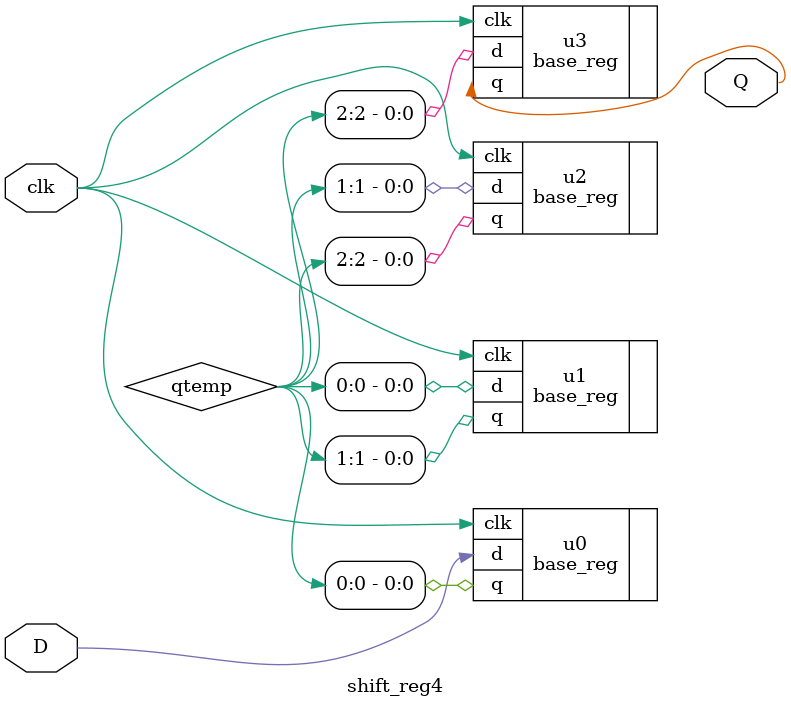
<source format=v>
module shift_reg4(clk, D, Q);
	input clk;
	input D;
	
	output Q;
	
	wire [2:0] qtemp;
	
    base_reg u0 (
        .clk(clk),
        .d(D),
        .q(qtemp[0])
    );

    base_reg u1 (
        .clk(clk),
        .d(qtemp[0]),
        .q(qtemp[1])
    );

    base_reg u2 (
        .clk(clk),
        .d(qtemp[1]),
        .q(qtemp[2])
    );

    base_reg u3 (
        .clk(clk),
        .d(qtemp[2]),
        .q(Q)
    );
    
endmodule
</source>
